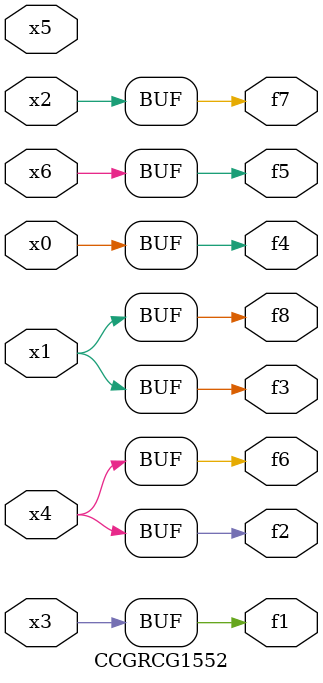
<source format=v>
module CCGRCG1552(
	input x0, x1, x2, x3, x4, x5, x6,
	output f1, f2, f3, f4, f5, f6, f7, f8
);
	assign f1 = x3;
	assign f2 = x4;
	assign f3 = x1;
	assign f4 = x0;
	assign f5 = x6;
	assign f6 = x4;
	assign f7 = x2;
	assign f8 = x1;
endmodule

</source>
